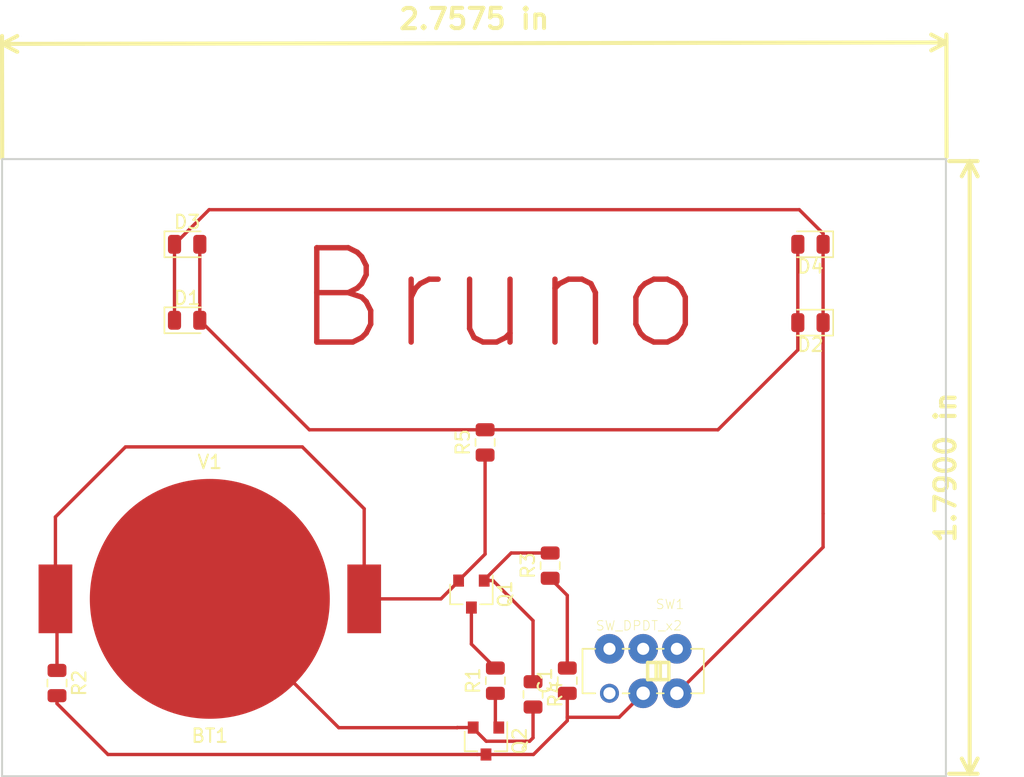
<source format=kicad_pcb>
(kicad_pcb (version 20171130) (host pcbnew 5.0.1-33cea8e~68~ubuntu16.04.1)

  (general
    (thickness 1.6)
    (drawings 7)
    (tracks 65)
    (zones 0)
    (modules 14)
    (nets 11)
  )

  (page A4)
  (layers
    (0 F.Cu signal)
    (31 B.Cu signal hide)
    (32 B.Adhes user hide)
    (33 F.Adhes user hide)
    (34 B.Paste user hide)
    (35 F.Paste user hide)
    (36 B.SilkS user hide)
    (37 F.SilkS user)
    (38 B.Mask user hide)
    (39 F.Mask user hide)
    (40 Dwgs.User user hide)
    (41 Cmts.User user hide)
    (42 Eco1.User user hide)
    (43 Eco2.User user hide)
    (44 Edge.Cuts user)
    (45 Margin user hide)
    (46 B.CrtYd user hide)
    (47 F.CrtYd user hide)
    (48 B.Fab user hide)
    (49 F.Fab user hide)
  )

  (setup
    (last_trace_width 0.25)
    (trace_clearance 0.2)
    (zone_clearance 0.508)
    (zone_45_only no)
    (trace_min 0.2)
    (segment_width 0.2)
    (edge_width 0.15)
    (via_size 0.8)
    (via_drill 0.4)
    (via_min_size 0.4)
    (via_min_drill 0.3)
    (uvia_size 0.3)
    (uvia_drill 0.1)
    (uvias_allowed no)
    (uvia_min_size 0.2)
    (uvia_min_drill 0.1)
    (pcb_text_width 0.3)
    (pcb_text_size 1.5 1.5)
    (mod_edge_width 0.15)
    (mod_text_size 1 1)
    (mod_text_width 0.15)
    (pad_size 2.2 2.2)
    (pad_drill 1)
    (pad_to_mask_clearance 0.051)
    (solder_mask_min_width 0.25)
    (aux_axis_origin 0 0)
    (visible_elements 7FFFEFFF)
    (pcbplotparams
      (layerselection 0x00000_7fffffff)
      (usegerberextensions false)
      (usegerberattributes false)
      (usegerberadvancedattributes false)
      (creategerberjobfile false)
      (excludeedgelayer true)
      (linewidth 0.100000)
      (plotframeref false)
      (viasonmask false)
      (mode 1)
      (useauxorigin false)
      (hpglpennumber 1)
      (hpglpenspeed 20)
      (hpglpendiameter 15.000000)
      (psnegative false)
      (psa4output false)
      (plotreference true)
      (plotvalue true)
      (plotinvisibletext false)
      (padsonsilk false)
      (subtractmaskfromsilk false)
      (outputformat 1)
      (mirror false)
      (drillshape 0)
      (scaleselection 1)
      (outputdirectory "./"))
  )

  (net 0 "")
  (net 1 VDD)
  (net 2 GND)
  (net 3 "Net-(C1-Pad2)")
  (net 4 "Net-(D1-Pad2)")
  (net 5 "Net-(Q1-Pad1)")
  (net 6 "Net-(Q1-Pad3)")
  (net 7 "Net-(Q2-Pad1)")
  (net 8 "Net-(C1-Pad1)")
  (net 9 "Net-(D1-Pad1)")
  (net 10 "Net-(SW1-Pad3)")

  (net_class Default "This is the default net class."
    (clearance 0.2)
    (trace_width 0.25)
    (via_dia 0.8)
    (via_drill 0.4)
    (uvia_dia 0.3)
    (uvia_drill 0.1)
    (add_net GND)
    (add_net "Net-(C1-Pad1)")
    (add_net "Net-(C1-Pad2)")
    (add_net "Net-(D1-Pad1)")
    (add_net "Net-(D1-Pad2)")
    (add_net "Net-(Q1-Pad1)")
    (add_net "Net-(Q1-Pad3)")
    (add_net "Net-(Q2-Pad1)")
    (add_net "Net-(SW1-Pad3)")
    (add_net VDD)
  )

  (module CardElements:CR2032_HOLDER (layer F.Cu) (tedit 54CCE85E) (tstamp 5C606F4A)
    (at 95.4078 97.6376)
    (descr http://www.mouser.com/ds/2/238/bat-hld-001-220194.pdf)
    (tags "Linx Battery Holder 2032 bat-hld-001")
    (path /5C45F109)
    (fp_text reference BT1 (at 0 10.16) (layer F.SilkS)
      (effects (font (size 1 1) (thickness 0.15)))
    )
    (fp_text value V1 (at 0 -10.16) (layer F.SilkS)
      (effects (font (size 1 1) (thickness 0.15)))
    )
    (pad 1 smd rect (at -11.45 0) (size 2.5 5.1) (layers F.Cu F.Paste F.Mask)
      (net 1 VDD))
    (pad 1 smd rect (at 11.45 0) (size 2.5 5.1) (layers F.Cu F.Paste F.Mask)
      (net 1 VDD))
    (pad 2 smd circle (at 0 0) (size 17.8 17.8) (layers F.Cu F.Paste F.Mask)
      (net 2 GND))
  )

  (module LED_SMD:LED_0805_2012Metric (layer F.Cu) (tedit 5B36C52C) (tstamp 5C4B418B)
    (at 139.954 77.1375 180)
    (descr "LED SMD 0805 (2012 Metric), square (rectangular) end terminal, IPC_7351 nominal, (Body size source: https://docs.google.com/spreadsheets/d/1BsfQQcO9C6DZCsRaXUlFlo91Tg2WpOkGARC1WS5S8t0/edit?usp=sharing), generated with kicad-footprint-generator")
    (tags diode)
    (path /5C45EDB9)
    (attr smd)
    (fp_text reference D2 (at 0 -1.65 180) (layer F.SilkS)
      (effects (font (size 1 1) (thickness 0.15)))
    )
    (fp_text value LED (at 0 1.65 180) (layer F.Fab)
      (effects (font (size 1 1) (thickness 0.15)))
    )
    (fp_text user %R (at 0 0 180) (layer F.Fab)
      (effects (font (size 0.5 0.5) (thickness 0.08)))
    )
    (fp_line (start 1.68 0.95) (end -1.68 0.95) (layer F.CrtYd) (width 0.05))
    (fp_line (start 1.68 -0.95) (end 1.68 0.95) (layer F.CrtYd) (width 0.05))
    (fp_line (start -1.68 -0.95) (end 1.68 -0.95) (layer F.CrtYd) (width 0.05))
    (fp_line (start -1.68 0.95) (end -1.68 -0.95) (layer F.CrtYd) (width 0.05))
    (fp_line (start -1.685 0.96) (end 1 0.96) (layer F.SilkS) (width 0.12))
    (fp_line (start -1.685 -0.96) (end -1.685 0.96) (layer F.SilkS) (width 0.12))
    (fp_line (start 1 -0.96) (end -1.685 -0.96) (layer F.SilkS) (width 0.12))
    (fp_line (start 1 0.6) (end 1 -0.6) (layer F.Fab) (width 0.1))
    (fp_line (start -1 0.6) (end 1 0.6) (layer F.Fab) (width 0.1))
    (fp_line (start -1 -0.3) (end -1 0.6) (layer F.Fab) (width 0.1))
    (fp_line (start -0.7 -0.6) (end -1 -0.3) (layer F.Fab) (width 0.1))
    (fp_line (start 1 -0.6) (end -0.7 -0.6) (layer F.Fab) (width 0.1))
    (pad 2 smd roundrect (at 0.9375 0 180) (size 0.975 1.4) (layers F.Cu F.Paste F.Mask) (roundrect_rratio 0.25)
      (net 4 "Net-(D1-Pad2)"))
    (pad 1 smd roundrect (at -0.9375 0 180) (size 0.975 1.4) (layers F.Cu F.Paste F.Mask) (roundrect_rratio 0.25)
      (net 9 "Net-(D1-Pad1)"))
    (model ${KISYS3DMOD}/LED_SMD.3dshapes/LED_0805_2012Metric.wrl
      (at (xyz 0 0 0))
      (scale (xyz 1 1 1))
      (rotate (xyz 0 0 0))
    )
  )

  (module Package_TO_SOT_SMD:SOT-23 (layer F.Cu) (tedit 5A02FF57) (tstamp 5C607892)
    (at 114.808 97.282 270)
    (descr "SOT-23, Standard")
    (tags SOT-23)
    (path /5C45EF17)
    (attr smd)
    (fp_text reference Q1 (at 0 -2.5 270) (layer F.SilkS)
      (effects (font (size 1 1) (thickness 0.15)))
    )
    (fp_text value BC807 (at 0 2.5 270) (layer F.Fab)
      (effects (font (size 1 1) (thickness 0.15)))
    )
    (fp_text user %R (at 0 0) (layer F.Fab)
      (effects (font (size 0.5 0.5) (thickness 0.075)))
    )
    (fp_line (start -0.7 -0.95) (end -0.7 1.5) (layer F.Fab) (width 0.1))
    (fp_line (start -0.15 -1.52) (end 0.7 -1.52) (layer F.Fab) (width 0.1))
    (fp_line (start -0.7 -0.95) (end -0.15 -1.52) (layer F.Fab) (width 0.1))
    (fp_line (start 0.7 -1.52) (end 0.7 1.52) (layer F.Fab) (width 0.1))
    (fp_line (start -0.7 1.52) (end 0.7 1.52) (layer F.Fab) (width 0.1))
    (fp_line (start 0.76 1.58) (end 0.76 0.65) (layer F.SilkS) (width 0.12))
    (fp_line (start 0.76 -1.58) (end 0.76 -0.65) (layer F.SilkS) (width 0.12))
    (fp_line (start -1.7 -1.75) (end 1.7 -1.75) (layer F.CrtYd) (width 0.05))
    (fp_line (start 1.7 -1.75) (end 1.7 1.75) (layer F.CrtYd) (width 0.05))
    (fp_line (start 1.7 1.75) (end -1.7 1.75) (layer F.CrtYd) (width 0.05))
    (fp_line (start -1.7 1.75) (end -1.7 -1.75) (layer F.CrtYd) (width 0.05))
    (fp_line (start 0.76 -1.58) (end -1.4 -1.58) (layer F.SilkS) (width 0.12))
    (fp_line (start 0.76 1.58) (end -0.7 1.58) (layer F.SilkS) (width 0.12))
    (pad 1 smd rect (at -1 -0.95 270) (size 0.9 0.8) (layers F.Cu F.Paste F.Mask)
      (net 5 "Net-(Q1-Pad1)"))
    (pad 2 smd rect (at -1 0.95 270) (size 0.9 0.8) (layers F.Cu F.Paste F.Mask)
      (net 1 VDD))
    (pad 3 smd rect (at 1 0 270) (size 0.9 0.8) (layers F.Cu F.Paste F.Mask)
      (net 6 "Net-(Q1-Pad3)"))
    (model ${KISYS3DMOD}/Package_TO_SOT_SMD.3dshapes/SOT-23.wrl
      (at (xyz 0 0 0))
      (scale (xyz 1 1 1))
      (rotate (xyz 0 0 0))
    )
  )

  (module Package_TO_SOT_SMD:SOT-23 (layer F.Cu) (tedit 5A02FF57) (tstamp 5C606FE8)
    (at 115.89 108.188 270)
    (descr "SOT-23, Standard")
    (tags SOT-23)
    (path /5C45EFC7)
    (attr smd)
    (fp_text reference Q2 (at 0 -2.5 270) (layer F.SilkS)
      (effects (font (size 1 1) (thickness 0.15)))
    )
    (fp_text value BC817 (at 0 2.5 270) (layer F.Fab)
      (effects (font (size 1 1) (thickness 0.15)))
    )
    (fp_line (start 0.76 1.58) (end -0.7 1.58) (layer F.SilkS) (width 0.12))
    (fp_line (start 0.76 -1.58) (end -1.4 -1.58) (layer F.SilkS) (width 0.12))
    (fp_line (start -1.7 1.75) (end -1.7 -1.75) (layer F.CrtYd) (width 0.05))
    (fp_line (start 1.7 1.75) (end -1.7 1.75) (layer F.CrtYd) (width 0.05))
    (fp_line (start 1.7 -1.75) (end 1.7 1.75) (layer F.CrtYd) (width 0.05))
    (fp_line (start -1.7 -1.75) (end 1.7 -1.75) (layer F.CrtYd) (width 0.05))
    (fp_line (start 0.76 -1.58) (end 0.76 -0.65) (layer F.SilkS) (width 0.12))
    (fp_line (start 0.76 1.58) (end 0.76 0.65) (layer F.SilkS) (width 0.12))
    (fp_line (start -0.7 1.52) (end 0.7 1.52) (layer F.Fab) (width 0.1))
    (fp_line (start 0.7 -1.52) (end 0.7 1.52) (layer F.Fab) (width 0.1))
    (fp_line (start -0.7 -0.95) (end -0.15 -1.52) (layer F.Fab) (width 0.1))
    (fp_line (start -0.15 -1.52) (end 0.7 -1.52) (layer F.Fab) (width 0.1))
    (fp_line (start -0.7 -0.95) (end -0.7 1.5) (layer F.Fab) (width 0.1))
    (fp_text user %R (at 0 0.254 90) (layer F.Fab)
      (effects (font (size 0.5 0.5) (thickness 0.075)))
    )
    (pad 3 smd rect (at 1 0 270) (size 0.9 0.8) (layers F.Cu F.Paste F.Mask)
      (net 8 "Net-(C1-Pad1)"))
    (pad 2 smd rect (at -1 0.95 270) (size 0.9 0.8) (layers F.Cu F.Paste F.Mask)
      (net 2 GND))
    (pad 1 smd rect (at -1 -0.95 270) (size 0.9 0.8) (layers F.Cu F.Paste F.Mask)
      (net 7 "Net-(Q2-Pad1)"))
    (model ${KISYS3DMOD}/Package_TO_SOT_SMD.3dshapes/SOT-23.wrl
      (at (xyz 0 0 0))
      (scale (xyz 1 1 1))
      (rotate (xyz 0 0 0))
    )
  )

  (module LED_SMD:LED_0805_2012Metric (layer F.Cu) (tedit 5B36C52C) (tstamp 5C4B4179)
    (at 93.726 76.962)
    (descr "LED SMD 0805 (2012 Metric), square (rectangular) end terminal, IPC_7351 nominal, (Body size source: https://docs.google.com/spreadsheets/d/1BsfQQcO9C6DZCsRaXUlFlo91Tg2WpOkGARC1WS5S8t0/edit?usp=sharing), generated with kicad-footprint-generator")
    (tags diode)
    (path /5C45EC37)
    (attr smd)
    (fp_text reference D1 (at 0 -1.65) (layer F.SilkS)
      (effects (font (size 1 1) (thickness 0.15)))
    )
    (fp_text value LED (at 0 1.65) (layer F.Fab)
      (effects (font (size 1 1) (thickness 0.15)))
    )
    (fp_text user %R (at 0 0) (layer F.Fab)
      (effects (font (size 0.5 0.5) (thickness 0.08)))
    )
    (fp_line (start 1.68 0.95) (end -1.68 0.95) (layer F.CrtYd) (width 0.05))
    (fp_line (start 1.68 -0.95) (end 1.68 0.95) (layer F.CrtYd) (width 0.05))
    (fp_line (start -1.68 -0.95) (end 1.68 -0.95) (layer F.CrtYd) (width 0.05))
    (fp_line (start -1.68 0.95) (end -1.68 -0.95) (layer F.CrtYd) (width 0.05))
    (fp_line (start -1.685 0.96) (end 1 0.96) (layer F.SilkS) (width 0.12))
    (fp_line (start -1.685 -0.96) (end -1.685 0.96) (layer F.SilkS) (width 0.12))
    (fp_line (start 1 -0.96) (end -1.685 -0.96) (layer F.SilkS) (width 0.12))
    (fp_line (start 1 0.6) (end 1 -0.6) (layer F.Fab) (width 0.1))
    (fp_line (start -1 0.6) (end 1 0.6) (layer F.Fab) (width 0.1))
    (fp_line (start -1 -0.3) (end -1 0.6) (layer F.Fab) (width 0.1))
    (fp_line (start -0.7 -0.6) (end -1 -0.3) (layer F.Fab) (width 0.1))
    (fp_line (start 1 -0.6) (end -0.7 -0.6) (layer F.Fab) (width 0.1))
    (pad 2 smd roundrect (at 0.9375 0) (size 0.975 1.4) (layers F.Cu F.Paste F.Mask) (roundrect_rratio 0.25)
      (net 4 "Net-(D1-Pad2)"))
    (pad 1 smd roundrect (at -0.9375 0) (size 0.975 1.4) (layers F.Cu F.Paste F.Mask) (roundrect_rratio 0.25)
      (net 9 "Net-(D1-Pad1)"))
    (model ${KISYS3DMOD}/LED_SMD.3dshapes/LED_0805_2012Metric.wrl
      (at (xyz 0 0 0))
      (scale (xyz 1 1 1))
      (rotate (xyz 0 0 0))
    )
  )

  (module LED_SMD:LED_0805_2012Metric (layer F.Cu) (tedit 5C4F0B19) (tstamp 5C4B419D)
    (at 93.7283 71.3232)
    (descr "LED SMD 0805 (2012 Metric), square (rectangular) end terminal, IPC_7351 nominal, (Body size source: https://docs.google.com/spreadsheets/d/1BsfQQcO9C6DZCsRaXUlFlo91Tg2WpOkGARC1WS5S8t0/edit?usp=sharing), generated with kicad-footprint-generator")
    (tags diode)
    (path /5C45ED1C)
    (attr smd)
    (fp_text reference D3 (at 0 -1.65) (layer F.SilkS)
      (effects (font (size 1 1) (thickness 0.15)))
    )
    (fp_text value LED (at 0 1.65) (layer F.Fab)
      (effects (font (size 1 1) (thickness 0.15)))
    )
    (fp_text user %R (at 0 0) (layer F.Fab)
      (effects (font (size 0.5 0.5) (thickness 0.08)))
    )
    (fp_line (start 1.68 0.95) (end -1.68 0.95) (layer F.CrtYd) (width 0.05))
    (fp_line (start 1.68 -0.95) (end 1.68 0.95) (layer F.CrtYd) (width 0.05))
    (fp_line (start -1.68 -0.95) (end 1.68 -0.95) (layer F.CrtYd) (width 0.05))
    (fp_line (start -1.68 0.95) (end -1.68 -0.95) (layer F.CrtYd) (width 0.05))
    (fp_line (start -1.685 0.96) (end 1 0.96) (layer F.SilkS) (width 0.12))
    (fp_line (start -1.685 -0.96) (end -1.685 0.96) (layer F.SilkS) (width 0.12))
    (fp_line (start 1 -0.96) (end -1.685 -0.96) (layer F.SilkS) (width 0.12))
    (fp_line (start 1 0.6) (end 1 -0.6) (layer F.Fab) (width 0.1))
    (fp_line (start -1 0.6) (end 1 0.6) (layer F.Fab) (width 0.1))
    (fp_line (start -1 -0.3) (end -1 0.6) (layer F.Fab) (width 0.1))
    (fp_line (start -0.7 -0.6) (end -1 -0.3) (layer F.Fab) (width 0.1))
    (fp_line (start 1 -0.6) (end -0.7 -0.6) (layer F.Fab) (width 0.1))
    (pad 2 smd roundrect (at 0.9375 0) (size 0.975 1.4) (layers F.Cu F.Paste F.Mask) (roundrect_rratio 0.25)
      (net 4 "Net-(D1-Pad2)"))
    (pad 1 smd roundrect (at -0.9375 0) (size 0.975 1.4) (layers F.Cu F.Paste F.Mask) (roundrect_rratio 0.25)
      (net 9 "Net-(D1-Pad1)"))
    (model ${KISYS3DMOD}/LED_SMD.3dshapes/LED_0805_2012Metric.wrl
      (at (xyz 0 0 0))
      (scale (xyz 1 1 1))
      (rotate (xyz 0 0 0))
    )
  )

  (module LED_SMD:LED_0805_2012Metric (layer F.Cu) (tedit 5B36C52C) (tstamp 5C4B41AF)
    (at 139.9563 71.3232 180)
    (descr "LED SMD 0805 (2012 Metric), square (rectangular) end terminal, IPC_7351 nominal, (Body size source: https://docs.google.com/spreadsheets/d/1BsfQQcO9C6DZCsRaXUlFlo91Tg2WpOkGARC1WS5S8t0/edit?usp=sharing), generated with kicad-footprint-generator")
    (tags diode)
    (path /5C45EE19)
    (attr smd)
    (fp_text reference D4 (at 0 -1.65 180) (layer F.SilkS)
      (effects (font (size 1 1) (thickness 0.15)))
    )
    (fp_text value LED (at 0 1.65 180) (layer F.Fab)
      (effects (font (size 1 1) (thickness 0.15)))
    )
    (fp_line (start 1 -0.6) (end -0.7 -0.6) (layer F.Fab) (width 0.1))
    (fp_line (start -0.7 -0.6) (end -1 -0.3) (layer F.Fab) (width 0.1))
    (fp_line (start -1 -0.3) (end -1 0.6) (layer F.Fab) (width 0.1))
    (fp_line (start -1 0.6) (end 1 0.6) (layer F.Fab) (width 0.1))
    (fp_line (start 1 0.6) (end 1 -0.6) (layer F.Fab) (width 0.1))
    (fp_line (start 1 -0.96) (end -1.685 -0.96) (layer F.SilkS) (width 0.12))
    (fp_line (start -1.685 -0.96) (end -1.685 0.96) (layer F.SilkS) (width 0.12))
    (fp_line (start -1.685 0.96) (end 1 0.96) (layer F.SilkS) (width 0.12))
    (fp_line (start -1.68 0.95) (end -1.68 -0.95) (layer F.CrtYd) (width 0.05))
    (fp_line (start -1.68 -0.95) (end 1.68 -0.95) (layer F.CrtYd) (width 0.05))
    (fp_line (start 1.68 -0.95) (end 1.68 0.95) (layer F.CrtYd) (width 0.05))
    (fp_line (start 1.68 0.95) (end -1.68 0.95) (layer F.CrtYd) (width 0.05))
    (fp_text user %R (at 0 0 180) (layer F.Fab)
      (effects (font (size 0.5 0.5) (thickness 0.08)))
    )
    (pad 1 smd roundrect (at -0.9375 0 180) (size 0.975 1.4) (layers F.Cu F.Paste F.Mask) (roundrect_rratio 0.25)
      (net 9 "Net-(D1-Pad1)"))
    (pad 2 smd roundrect (at 0.9375 0 180) (size 0.975 1.4) (layers F.Cu F.Paste F.Mask) (roundrect_rratio 0.25)
      (net 4 "Net-(D1-Pad2)"))
    (model ${KISYS3DMOD}/LED_SMD.3dshapes/LED_0805_2012Metric.wrl
      (at (xyz 0 0 0))
      (scale (xyz 1 1 1))
      (rotate (xyz 0 0 0))
    )
  )

  (module Capacitor_SMD:C_0805_2012Metric (layer F.Cu) (tedit 5B36C52B) (tstamp 5C4F269F)
    (at 121.92 103.7105 90)
    (descr "Capacitor SMD 0805 (2012 Metric), square (rectangular) end terminal, IPC_7351 nominal, (Body size source: https://docs.google.com/spreadsheets/d/1BsfQQcO9C6DZCsRaXUlFlo91Tg2WpOkGARC1WS5S8t0/edit?usp=sharing), generated with kicad-footprint-generator")
    (tags capacitor)
    (path /5C45EB8F)
    (attr smd)
    (fp_text reference C1 (at 0 -1.65 90) (layer F.SilkS)
      (effects (font (size 1 1) (thickness 0.15)))
    )
    (fp_text value 47nF (at 0 1.65 90) (layer F.Fab)
      (effects (font (size 1 1) (thickness 0.15)))
    )
    (fp_line (start -1 0.6) (end -1 -0.6) (layer F.Fab) (width 0.1))
    (fp_line (start -1 -0.6) (end 1 -0.6) (layer F.Fab) (width 0.1))
    (fp_line (start 1 -0.6) (end 1 0.6) (layer F.Fab) (width 0.1))
    (fp_line (start 1 0.6) (end -1 0.6) (layer F.Fab) (width 0.1))
    (fp_line (start -0.258578 -0.71) (end 0.258578 -0.71) (layer F.SilkS) (width 0.12))
    (fp_line (start -0.258578 0.71) (end 0.258578 0.71) (layer F.SilkS) (width 0.12))
    (fp_line (start -1.68 0.95) (end -1.68 -0.95) (layer F.CrtYd) (width 0.05))
    (fp_line (start -1.68 -0.95) (end 1.68 -0.95) (layer F.CrtYd) (width 0.05))
    (fp_line (start 1.68 -0.95) (end 1.68 0.95) (layer F.CrtYd) (width 0.05))
    (fp_line (start 1.68 0.95) (end -1.68 0.95) (layer F.CrtYd) (width 0.05))
    (fp_text user %R (at 0 0 90) (layer F.Fab)
      (effects (font (size 0.5 0.5) (thickness 0.08)))
    )
    (pad 1 smd roundrect (at -0.9375 0 90) (size 0.975 1.4) (layers F.Cu F.Paste F.Mask) (roundrect_rratio 0.25)
      (net 8 "Net-(C1-Pad1)"))
    (pad 2 smd roundrect (at 0.9375 0 90) (size 0.975 1.4) (layers F.Cu F.Paste F.Mask) (roundrect_rratio 0.25)
      (net 3 "Net-(C1-Pad2)"))
    (model ${KISYS3DMOD}/Capacitor_SMD.3dshapes/C_0805_2012Metric.wrl
      (at (xyz 0 0 0))
      (scale (xyz 1 1 1))
      (rotate (xyz 0 0 0))
    )
  )

  (module Resistor_SMD:R_0805_2012Metric (layer F.Cu) (tedit 5B36C52B) (tstamp 5C4F26AF)
    (at 116.586 103.7105 90)
    (descr "Resistor SMD 0805 (2012 Metric), square (rectangular) end terminal, IPC_7351 nominal, (Body size source: https://docs.google.com/spreadsheets/d/1BsfQQcO9C6DZCsRaXUlFlo91Tg2WpOkGARC1WS5S8t0/edit?usp=sharing), generated with kicad-footprint-generator")
    (tags resistor)
    (path /5C45EA3F)
    (attr smd)
    (fp_text reference R1 (at 0 -1.65 90) (layer F.SilkS)
      (effects (font (size 1 1) (thickness 0.15)))
    )
    (fp_text value "220 Ohm" (at 0 1.65 90) (layer F.Fab)
      (effects (font (size 1 1) (thickness 0.15)))
    )
    (fp_line (start -1 0.6) (end -1 -0.6) (layer F.Fab) (width 0.1))
    (fp_line (start -1 -0.6) (end 1 -0.6) (layer F.Fab) (width 0.1))
    (fp_line (start 1 -0.6) (end 1 0.6) (layer F.Fab) (width 0.1))
    (fp_line (start 1 0.6) (end -1 0.6) (layer F.Fab) (width 0.1))
    (fp_line (start -0.258578 -0.71) (end 0.258578 -0.71) (layer F.SilkS) (width 0.12))
    (fp_line (start -0.258578 0.71) (end 0.258578 0.71) (layer F.SilkS) (width 0.12))
    (fp_line (start -1.68 0.95) (end -1.68 -0.95) (layer F.CrtYd) (width 0.05))
    (fp_line (start -1.68 -0.95) (end 1.68 -0.95) (layer F.CrtYd) (width 0.05))
    (fp_line (start 1.68 -0.95) (end 1.68 0.95) (layer F.CrtYd) (width 0.05))
    (fp_line (start 1.68 0.95) (end -1.68 0.95) (layer F.CrtYd) (width 0.05))
    (fp_text user %R (at 0 0 90) (layer F.Fab)
      (effects (font (size 0.5 0.5) (thickness 0.08)))
    )
    (pad 1 smd roundrect (at -0.9375 0 90) (size 0.975 1.4) (layers F.Cu F.Paste F.Mask) (roundrect_rratio 0.25)
      (net 7 "Net-(Q2-Pad1)"))
    (pad 2 smd roundrect (at 0.9375 0 90) (size 0.975 1.4) (layers F.Cu F.Paste F.Mask) (roundrect_rratio 0.25)
      (net 6 "Net-(Q1-Pad3)"))
    (model ${KISYS3DMOD}/Resistor_SMD.3dshapes/R_0805_2012Metric.wrl
      (at (xyz 0 0 0))
      (scale (xyz 1 1 1))
      (rotate (xyz 0 0 0))
    )
  )

  (module Resistor_SMD:R_0805_2012Metric (layer F.Cu) (tedit 5B36C52B) (tstamp 5C4F26BF)
    (at 84.074 103.886 270)
    (descr "Resistor SMD 0805 (2012 Metric), square (rectangular) end terminal, IPC_7351 nominal, (Body size source: https://docs.google.com/spreadsheets/d/1BsfQQcO9C6DZCsRaXUlFlo91Tg2WpOkGARC1WS5S8t0/edit?usp=sharing), generated with kicad-footprint-generator")
    (tags resistor)
    (path /5C45EB11)
    (attr smd)
    (fp_text reference R2 (at 0 -1.65 270) (layer F.SilkS)
      (effects (font (size 1 1) (thickness 0.15)))
    )
    (fp_text value "220 Ohm" (at 0 1.65 270) (layer F.Fab)
      (effects (font (size 1 1) (thickness 0.15)))
    )
    (fp_line (start -1 0.6) (end -1 -0.6) (layer F.Fab) (width 0.1))
    (fp_line (start -1 -0.6) (end 1 -0.6) (layer F.Fab) (width 0.1))
    (fp_line (start 1 -0.6) (end 1 0.6) (layer F.Fab) (width 0.1))
    (fp_line (start 1 0.6) (end -1 0.6) (layer F.Fab) (width 0.1))
    (fp_line (start -0.258578 -0.71) (end 0.258578 -0.71) (layer F.SilkS) (width 0.12))
    (fp_line (start -0.258578 0.71) (end 0.258578 0.71) (layer F.SilkS) (width 0.12))
    (fp_line (start -1.68 0.95) (end -1.68 -0.95) (layer F.CrtYd) (width 0.05))
    (fp_line (start -1.68 -0.95) (end 1.68 -0.95) (layer F.CrtYd) (width 0.05))
    (fp_line (start 1.68 -0.95) (end 1.68 0.95) (layer F.CrtYd) (width 0.05))
    (fp_line (start 1.68 0.95) (end -1.68 0.95) (layer F.CrtYd) (width 0.05))
    (fp_text user %R (at 0 0 270) (layer F.Fab)
      (effects (font (size 0.5 0.5) (thickness 0.08)))
    )
    (pad 1 smd roundrect (at -0.9375 0 270) (size 0.975 1.4) (layers F.Cu F.Paste F.Mask) (roundrect_rratio 0.25)
      (net 1 VDD))
    (pad 2 smd roundrect (at 0.9375 0 270) (size 0.975 1.4) (layers F.Cu F.Paste F.Mask) (roundrect_rratio 0.25)
      (net 8 "Net-(C1-Pad1)"))
    (model ${KISYS3DMOD}/Resistor_SMD.3dshapes/R_0805_2012Metric.wrl
      (at (xyz 0 0 0))
      (scale (xyz 1 1 1))
      (rotate (xyz 0 0 0))
    )
  )

  (module Resistor_SMD:R_0805_2012Metric (layer F.Cu) (tedit 5B36C52B) (tstamp 5C4F26CF)
    (at 120.65 95.1715 90)
    (descr "Resistor SMD 0805 (2012 Metric), square (rectangular) end terminal, IPC_7351 nominal, (Body size source: https://docs.google.com/spreadsheets/d/1BsfQQcO9C6DZCsRaXUlFlo91Tg2WpOkGARC1WS5S8t0/edit?usp=sharing), generated with kicad-footprint-generator")
    (tags resistor)
    (path /5C45E917)
    (attr smd)
    (fp_text reference R3 (at 0 -1.65 90) (layer F.SilkS)
      (effects (font (size 1 1) (thickness 0.15)))
    )
    (fp_text value "2.2k Ohm" (at 0 1.65 90) (layer F.Fab)
      (effects (font (size 1 1) (thickness 0.15)))
    )
    (fp_line (start -1 0.6) (end -1 -0.6) (layer F.Fab) (width 0.1))
    (fp_line (start -1 -0.6) (end 1 -0.6) (layer F.Fab) (width 0.1))
    (fp_line (start 1 -0.6) (end 1 0.6) (layer F.Fab) (width 0.1))
    (fp_line (start 1 0.6) (end -1 0.6) (layer F.Fab) (width 0.1))
    (fp_line (start -0.258578 -0.71) (end 0.258578 -0.71) (layer F.SilkS) (width 0.12))
    (fp_line (start -0.258578 0.71) (end 0.258578 0.71) (layer F.SilkS) (width 0.12))
    (fp_line (start -1.68 0.95) (end -1.68 -0.95) (layer F.CrtYd) (width 0.05))
    (fp_line (start -1.68 -0.95) (end 1.68 -0.95) (layer F.CrtYd) (width 0.05))
    (fp_line (start 1.68 -0.95) (end 1.68 0.95) (layer F.CrtYd) (width 0.05))
    (fp_line (start 1.68 0.95) (end -1.68 0.95) (layer F.CrtYd) (width 0.05))
    (fp_text user %R (at 0 0 90) (layer F.Fab)
      (effects (font (size 0.5 0.5) (thickness 0.08)))
    )
    (pad 1 smd roundrect (at -0.9375 0 90) (size 0.975 1.4) (layers F.Cu F.Paste F.Mask) (roundrect_rratio 0.25)
      (net 3 "Net-(C1-Pad2)"))
    (pad 2 smd roundrect (at 0.9375 0 90) (size 0.975 1.4) (layers F.Cu F.Paste F.Mask) (roundrect_rratio 0.25)
      (net 5 "Net-(Q1-Pad1)"))
    (model ${KISYS3DMOD}/Resistor_SMD.3dshapes/R_0805_2012Metric.wrl
      (at (xyz 0 0 0))
      (scale (xyz 1 1 1))
      (rotate (xyz 0 0 0))
    )
  )

  (module Resistor_SMD:R_0805_2012Metric (layer F.Cu) (tedit 5B36C52B) (tstamp 5C4F26DF)
    (at 119.38 104.7265 270)
    (descr "Resistor SMD 0805 (2012 Metric), square (rectangular) end terminal, IPC_7351 nominal, (Body size source: https://docs.google.com/spreadsheets/d/1BsfQQcO9C6DZCsRaXUlFlo91Tg2WpOkGARC1WS5S8t0/edit?usp=sharing), generated with kicad-footprint-generator")
    (tags resistor)
    (path /5C45E9B7)
    (attr smd)
    (fp_text reference R4 (at 0 -1.65 270) (layer F.SilkS)
      (effects (font (size 1 1) (thickness 0.15)))
    )
    (fp_text value "4M Ohm" (at 0 1.65 270) (layer F.Fab)
      (effects (font (size 1 1) (thickness 0.15)))
    )
    (fp_text user %R (at 0 0 270) (layer F.Fab)
      (effects (font (size 0.5 0.5) (thickness 0.08)))
    )
    (fp_line (start 1.68 0.95) (end -1.68 0.95) (layer F.CrtYd) (width 0.05))
    (fp_line (start 1.68 -0.95) (end 1.68 0.95) (layer F.CrtYd) (width 0.05))
    (fp_line (start -1.68 -0.95) (end 1.68 -0.95) (layer F.CrtYd) (width 0.05))
    (fp_line (start -1.68 0.95) (end -1.68 -0.95) (layer F.CrtYd) (width 0.05))
    (fp_line (start -0.258578 0.71) (end 0.258578 0.71) (layer F.SilkS) (width 0.12))
    (fp_line (start -0.258578 -0.71) (end 0.258578 -0.71) (layer F.SilkS) (width 0.12))
    (fp_line (start 1 0.6) (end -1 0.6) (layer F.Fab) (width 0.1))
    (fp_line (start 1 -0.6) (end 1 0.6) (layer F.Fab) (width 0.1))
    (fp_line (start -1 -0.6) (end 1 -0.6) (layer F.Fab) (width 0.1))
    (fp_line (start -1 0.6) (end -1 -0.6) (layer F.Fab) (width 0.1))
    (pad 2 smd roundrect (at 0.9375 0 270) (size 0.975 1.4) (layers F.Cu F.Paste F.Mask) (roundrect_rratio 0.25)
      (net 2 GND))
    (pad 1 smd roundrect (at -0.9375 0 270) (size 0.975 1.4) (layers F.Cu F.Paste F.Mask) (roundrect_rratio 0.25)
      (net 5 "Net-(Q1-Pad1)"))
    (model ${KISYS3DMOD}/Resistor_SMD.3dshapes/R_0805_2012Metric.wrl
      (at (xyz 0 0 0))
      (scale (xyz 1 1 1))
      (rotate (xyz 0 0 0))
    )
  )

  (module Resistor_SMD:R_0805_2012Metric (layer F.Cu) (tedit 5B36C52B) (tstamp 5C4F26EF)
    (at 115.824 86.0275 90)
    (descr "Resistor SMD 0805 (2012 Metric), square (rectangular) end terminal, IPC_7351 nominal, (Body size source: https://docs.google.com/spreadsheets/d/1BsfQQcO9C6DZCsRaXUlFlo91Tg2WpOkGARC1WS5S8t0/edit?usp=sharing), generated with kicad-footprint-generator")
    (tags resistor)
    (path /5C45EAC4)
    (attr smd)
    (fp_text reference R5 (at 0 -1.65 90) (layer F.SilkS)
      (effects (font (size 1 1) (thickness 0.15)))
    )
    (fp_text value "1 Ohm" (at 0 1.65 90) (layer F.Fab)
      (effects (font (size 1 1) (thickness 0.15)))
    )
    (fp_text user %R (at 0 0 90) (layer F.Fab)
      (effects (font (size 0.5 0.5) (thickness 0.08)))
    )
    (fp_line (start 1.68 0.95) (end -1.68 0.95) (layer F.CrtYd) (width 0.05))
    (fp_line (start 1.68 -0.95) (end 1.68 0.95) (layer F.CrtYd) (width 0.05))
    (fp_line (start -1.68 -0.95) (end 1.68 -0.95) (layer F.CrtYd) (width 0.05))
    (fp_line (start -1.68 0.95) (end -1.68 -0.95) (layer F.CrtYd) (width 0.05))
    (fp_line (start -0.258578 0.71) (end 0.258578 0.71) (layer F.SilkS) (width 0.12))
    (fp_line (start -0.258578 -0.71) (end 0.258578 -0.71) (layer F.SilkS) (width 0.12))
    (fp_line (start 1 0.6) (end -1 0.6) (layer F.Fab) (width 0.1))
    (fp_line (start 1 -0.6) (end 1 0.6) (layer F.Fab) (width 0.1))
    (fp_line (start -1 -0.6) (end 1 -0.6) (layer F.Fab) (width 0.1))
    (fp_line (start -1 0.6) (end -1 -0.6) (layer F.Fab) (width 0.1))
    (pad 2 smd roundrect (at 0.9375 0 90) (size 0.975 1.4) (layers F.Cu F.Paste F.Mask) (roundrect_rratio 0.25)
      (net 4 "Net-(D1-Pad2)"))
    (pad 1 smd roundrect (at -0.9375 0 90) (size 0.975 1.4) (layers F.Cu F.Paste F.Mask) (roundrect_rratio 0.25)
      (net 1 VDD))
    (model ${KISYS3DMOD}/Resistor_SMD.3dshapes/R_0805_2012Metric.wrl
      (at (xyz 0 0 0))
      (scale (xyz 1 1 1))
      (rotate (xyz 0 0 0))
    )
  )

  (module JS202011CQN:JS202011CQN (layer F.Cu) (tedit 5C619DED) (tstamp 5C61747E)
    (at 127.548 102.996 180)
    (descr "JS202011CQN DPDT Sub-Miniature Slide Switchwww.ck-components.com")
    (path /5C4A0416)
    (fp_text reference SW1 (at -1.992 4.952 180) (layer F.SilkS)
      (effects (font (size 0.701015 0.701015) (thickness 0.05)))
    )
    (fp_text value SW_DPDT_x2 (at 0.317748 3.36815 180) (layer F.SilkS)
      (effects (font (size 0.70055 0.70055) (thickness 0.05)))
    )
    (fp_line (start 4.445 1.651) (end 3.556 1.651) (layer F.SilkS) (width 0.127))
    (fp_line (start 1.016 1.651) (end 1.524 1.651) (layer F.SilkS) (width 0.127))
    (fp_line (start -1.524 1.651) (end -1.016 1.651) (layer F.SilkS) (width 0.127))
    (fp_line (start -4.445 1.651) (end -3.556 1.651) (layer F.SilkS) (width 0.127))
    (fp_line (start 4.445 -1.651) (end 3.556 -1.651) (layer F.SilkS) (width 0.127))
    (fp_line (start 1.016 -1.651) (end 1.524 -1.651) (layer F.SilkS) (width 0.127))
    (fp_line (start -1.524 -1.651) (end -1.016 -1.651) (layer F.SilkS) (width 0.127))
    (fp_line (start -4.445 -1.651) (end -3.556 -1.651) (layer F.SilkS) (width 0.127))
    (fp_line (start -4.5 1.65) (end -4.5 -1.65) (layer F.SilkS) (width 0.127))
    (fp_line (start 4.5 -1.65) (end 4.5 1.65) (layer F.SilkS) (width 0.127))
    (fp_line (start -0.9652 0.635) (end -0.3302 0.635) (layer F.SilkS) (width 0.254))
    (fp_line (start -0.9652 -0.635) (end -1.27 -0.635) (layer F.SilkS) (width 0.254))
    (fp_line (start -0.9652 -0.635) (end -0.9652 0.635) (layer F.SilkS) (width 0.254))
    (fp_line (start -1.27 0.635) (end -0.9652 0.635) (layer F.SilkS) (width 0.254))
    (fp_line (start -0.3302 -0.635) (end -0.9652 -0.635) (layer F.SilkS) (width 0.254))
    (fp_line (start -1.27 -0.635) (end -1.27 0.635) (layer F.SilkS) (width 0.254))
    (fp_line (start -1.905 0.635) (end -1.27 0.635) (layer F.SilkS) (width 0.254))
    (fp_line (start -1.27 -0.635) (end -1.905 -0.635) (layer F.SilkS) (width 0.254))
    (fp_line (start -0.3302 0.635) (end -0.3302 -0.635) (layer F.SilkS) (width 0.254))
    (fp_line (start -1.905 -0.635) (end -1.905 0.635) (layer F.SilkS) (width 0.254))
    (pad 6 thru_hole circle (at 2.5 1.65 270) (size 2.2 2.2) (drill 0.9) (layers *.Cu *.Mask))
    (pad 5 thru_hole circle (at 0 1.65 270) (size 2.2 2.2) (drill 0.9) (layers *.Cu *.Mask))
    (pad 4 thru_hole circle (at -2.5 1.65 270) (size 2.2 2.2) (drill 0.9) (layers *.Cu *.Mask))
    (pad 3 thru_hole circle (at 2.5 -1.65 270) (size 1.408 1.408) (drill 0.9) (layers *.Cu *.Mask)
      (net 10 "Net-(SW1-Pad3)"))
    (pad 2 thru_hole circle (at 0 -1.65 270) (size 2.2 2.2) (drill 1) (layers *.Cu *.Mask)
      (net 8 "Net-(C1-Pad1)"))
    (pad 1 thru_hole circle (at -2.5 -1.65 270) (size 2.2 2.2) (drill 1) (layers *.Cu *.Mask)
      (net 9 "Net-(D1-Pad1)"))
  )

  (gr_text Bruno (at 116.84 75.3618) (layer F.Cu)
    (effects (font (size 7 7) (thickness 0.4)))
  )
  (dimension 45.466 (width 0.3) (layer F.SilkS)
    (gr_text "45.466 mm" (at 153.865 87.884 90) (layer F.SilkS)
      (effects (font (size 1.5 1.5) (thickness 0.3)))
    )
    (feature1 (pts (xy 150.241 65.151) (xy 152.351421 65.151)))
    (feature2 (pts (xy 150.241 110.617) (xy 152.351421 110.617)))
    (crossbar (pts (xy 151.765 110.617) (xy 151.765 65.151)))
    (arrow1a (pts (xy 151.765 65.151) (xy 152.351421 66.277504)))
    (arrow1b (pts (xy 151.765 65.151) (xy 151.178579 66.277504)))
    (arrow2a (pts (xy 151.765 110.617) (xy 152.351421 109.490496)))
    (arrow2b (pts (xy 151.765 110.617) (xy 151.178579 109.490496)))
  )
  (dimension 70.040335 (width 0.3) (layer F.SilkS)
    (gr_text "70.040 mm" (at 115.014216 54.298076 0.08742476273) (layer F.SilkS)
      (effects (font (size 1.5 1.5) (thickness 0.3)))
    )
    (feature1 (pts (xy 80.010247 64.940371) (xy 79.996399 55.86509)))
    (feature2 (pts (xy 150.0505 64.8335) (xy 150.036652 55.758219)))
    (crossbar (pts (xy 150.037547 56.344639) (xy 79.997294 56.45151)))
    (arrow1a (pts (xy 79.997294 56.45151) (xy 81.122902 55.863371)))
    (arrow1b (pts (xy 79.997294 56.45151) (xy 81.124691 57.036211)))
    (arrow2a (pts (xy 150.037547 56.344639) (xy 148.91015 55.759938)))
    (arrow2b (pts (xy 150.037547 56.344639) (xy 148.911939 56.932778)))
  )
  (gr_line (start 80 110.8) (end 80 65) (layer Edge.Cuts) (width 0.15))
  (gr_line (start 80 110.8) (end 150 110.8) (layer Edge.Cuts) (width 0.15))
  (gr_line (start 150 65) (end 150 110.8) (layer Edge.Cuts) (width 0.15))
  (gr_line (start 80 65) (end 150 65) (layer Edge.Cuts) (width 0.15))

  (segment (start 89.154 86.36) (end 102.265 86.36) (width 0.25) (layer F.Cu) (net 1))
  (segment (start 83.9578 91.5562) (end 89.154 86.36) (width 0.25) (layer F.Cu) (net 1))
  (segment (start 83.9578 97.6376) (end 83.9578 91.5562) (width 0.25) (layer F.Cu) (net 1) (status 10))
  (segment (start 84.074 97.7538) (end 83.9578 97.6376) (width 0.25) (layer F.Cu) (net 1))
  (segment (start 84.074 102.9485) (end 84.074 97.7538) (width 0.25) (layer F.Cu) (net 1))
  (segment (start 115.824 94.316) (end 113.858 96.282) (width 0.25) (layer F.Cu) (net 1))
  (segment (start 115.824 86.965) (end 115.824 94.316) (width 0.25) (layer F.Cu) (net 1))
  (segment (start 106.8578 90.9528) (end 106.8578 97.6376) (width 0.25) (layer F.Cu) (net 1))
  (segment (start 102.265 86.36) (end 106.8578 90.9528) (width 0.25) (layer F.Cu) (net 1))
  (segment (start 113.858 96.332) (end 113.858 96.282) (width 0.25) (layer F.Cu) (net 1))
  (segment (start 112.5524 97.6376) (end 113.858 96.332) (width 0.25) (layer F.Cu) (net 1))
  (segment (start 106.8578 97.6376) (end 112.5524 97.6376) (width 0.25) (layer F.Cu) (net 1))
  (segment (start 104.968199 107.197999) (end 95.4078 97.6376) (width 0.25) (layer F.Cu) (net 2))
  (segment (start 113.750001 107.197999) (end 104.968199 107.197999) (width 0.25) (layer F.Cu) (net 2))
  (segment (start 119.364 105.648) (end 119.38 105.664) (width 0.25) (layer F.Cu) (net 2))
  (segment (start 113.76 107.188) (end 114.94 107.188) (width 0.25) (layer F.Cu) (net 2))
  (segment (start 113.750001 107.197999) (end 113.76 107.188) (width 0.25) (layer F.Cu) (net 2))
  (segment (start 114.94 107.238) (end 114.94 107.188) (width 0.25) (layer F.Cu) (net 2))
  (segment (start 119.126 108.204) (end 115.906 108.204) (width 0.25) (layer F.Cu) (net 2))
  (segment (start 119.38 107.95) (end 119.126 108.204) (width 0.25) (layer F.Cu) (net 2))
  (segment (start 115.906 108.204) (end 114.94 107.238) (width 0.25) (layer F.Cu) (net 2))
  (segment (start 119.38 105.664) (end 119.38 107.95) (width 0.25) (layer F.Cu) (net 2))
  (segment (start 121.92 97.379) (end 121.92 102.773) (width 0.25) (layer F.Cu) (net 3))
  (segment (start 120.65 96.109) (end 121.92 97.379) (width 0.25) (layer F.Cu) (net 3))
  (segment (start 115.824 85.09) (end 133.096 85.09) (width 0.25) (layer F.Cu) (net 4) (status 10))
  (segment (start 139.0165 79.1695) (end 139.0165 77.1375) (width 0.25) (layer F.Cu) (net 4) (status 20))
  (segment (start 133.096 85.09) (end 139.0165 79.1695) (width 0.25) (layer F.Cu) (net 4))
  (segment (start 102.7915 85.09) (end 94.6635 76.962) (width 0.25) (layer F.Cu) (net 4) (status 20))
  (segment (start 115.824 85.09) (end 102.7915 85.09) (width 0.25) (layer F.Cu) (net 4) (status 10))
  (segment (start 94.6635 71.3255) (end 94.6658 71.3232) (width 0.25) (layer F.Cu) (net 4) (status 30))
  (segment (start 94.6635 76.962) (end 94.6635 71.3255) (width 0.25) (layer F.Cu) (net 4) (status 30))
  (segment (start 139.0165 71.3255) (end 139.0188 71.3232) (width 0.25) (layer F.Cu) (net 4) (status 30))
  (segment (start 139.0165 77.1375) (end 139.0165 71.3255) (width 0.25) (layer F.Cu) (net 4) (status 30))
  (segment (start 115.758 96.282) (end 115.758 96.332) (width 0.25) (layer F.Cu) (net 5) (status 30))
  (segment (start 116.408 96.282) (end 115.758 96.282) (width 0.25) (layer F.Cu) (net 5))
  (segment (start 119.38 99.254) (end 116.408 96.282) (width 0.25) (layer F.Cu) (net 5))
  (segment (start 119.38 103.789) (end 119.38 99.254) (width 0.25) (layer F.Cu) (net 5))
  (segment (start 115.758 96.232) (end 115.758 96.282) (width 0.25) (layer F.Cu) (net 5))
  (segment (start 117.756 94.234) (end 115.758 96.232) (width 0.25) (layer F.Cu) (net 5))
  (segment (start 120.65 94.234) (end 117.756 94.234) (width 0.25) (layer F.Cu) (net 5))
  (segment (start 114.808 100.995) (end 116.586 102.773) (width 0.25) (layer F.Cu) (net 6))
  (segment (start 114.808 98.282) (end 114.808 100.995) (width 0.25) (layer F.Cu) (net 6))
  (segment (start 116.586 106.934) (end 116.84 107.188) (width 0.25) (layer F.Cu) (net 7))
  (segment (start 116.586 104.648) (end 116.586 106.934) (width 0.25) (layer F.Cu) (net 7))
  (segment (start 115.89 109.188) (end 119.412 109.188) (width 0.25) (layer F.Cu) (net 8))
  (segment (start 119.412 109.188) (end 121.92 106.68) (width 0.25) (layer F.Cu) (net 8))
  (segment (start 115.24 109.188) (end 115.89 109.188) (width 0.25) (layer F.Cu) (net 8))
  (segment (start 87.851 109.188) (end 115.24 109.188) (width 0.25) (layer F.Cu) (net 8))
  (segment (start 84.074 105.411) (end 87.851 109.188) (width 0.25) (layer F.Cu) (net 8))
  (segment (start 84.074 104.8235) (end 84.074 105.411) (width 0.25) (layer F.Cu) (net 8))
  (segment (start 121.92 106.426) (end 125.768 106.426) (width 0.25) (layer F.Cu) (net 8))
  (segment (start 121.92 106.426) (end 121.92 104.648) (width 0.25) (layer F.Cu) (net 8))
  (segment (start 125.768 106.426) (end 127.548 104.646) (width 0.25) (layer F.Cu) (net 8))
  (segment (start 121.92 106.68) (end 121.92 106.426) (width 0.25) (layer F.Cu) (net 8))
  (segment (start 140.8915 77.1375) (end 140.8915 91.3125) (width 0.25) (layer F.Cu) (net 9) (status 10))
  (segment (start 92.7885 71.3255) (end 92.7908 71.3232) (width 0.25) (layer F.Cu) (net 9) (status 30))
  (segment (start 92.7885 76.962) (end 92.7885 71.3255) (width 0.25) (layer F.Cu) (net 9) (status 30))
  (segment (start 140.8915 71.3255) (end 140.8938 71.3232) (width 0.25) (layer F.Cu) (net 9) (status 30))
  (segment (start 140.8915 77.1375) (end 140.8915 71.3255) (width 0.25) (layer F.Cu) (net 9) (status 30))
  (segment (start 140.8938 70.5232) (end 139.1284 68.7578) (width 0.25) (layer F.Cu) (net 9))
  (segment (start 140.8938 71.3232) (end 140.8938 70.5232) (width 0.25) (layer F.Cu) (net 9) (status 10))
  (segment (start 95.3562 68.7578) (end 92.7908 71.3232) (width 0.25) (layer F.Cu) (net 9) (status 20))
  (segment (start 139.1284 68.7578) (end 95.3562 68.7578) (width 0.25) (layer F.Cu) (net 9))
  (segment (start 140.8915 93.8025) (end 140.8915 91.3125) (width 0.25) (layer F.Cu) (net 9))
  (segment (start 130.048 104.646) (end 140.8915 93.8025) (width 0.25) (layer F.Cu) (net 9))

)

</source>
